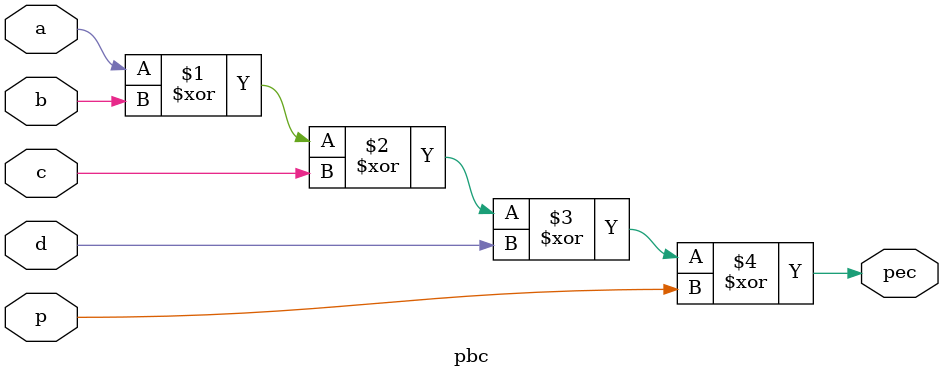
<source format=v>
`timescale 1ns / 1ps

module pbc(
    input a, b, c, d, p,
    output pec
    );
    
//Check Even Parity: XOR result°¡ 1ÀÌ¸é pec°¡ 1 
assign pec = a^b^c^d^p;
    
endmodule
</source>
